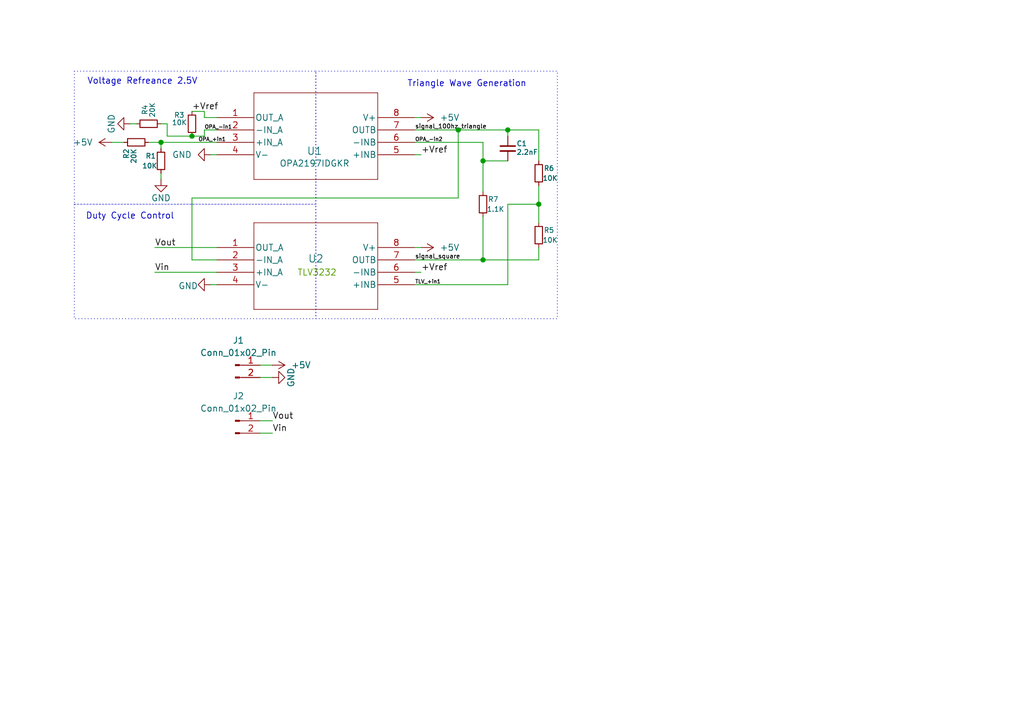
<source format=kicad_sch>
(kicad_sch (version 20250114) (generator "eeschema") (generator_version "9.0")
  (paper "A5")
  (title_block (title "PWM Control Circuit") (date "2026-01-01"))
  (lib_symbols
    (symbol "Connector:Conn_01x02_Pin" (pin_names (offset 1.016) (hide yes))
      (property "Reference" "J" (at 0 2.54 0))
      (property "Value" "Conn_01x02_Pin" (at 0 -5.08 0))
      (symbol "Conn_01x02_Pin_1_1"
        (rectangle (start 0.8636 0.127) (end 0 -0.127) (stroke (width 0.1524)) (fill (type outline)))
        (rectangle (start 0.8636 -2.413) (end 0 -2.667) (stroke (width 0.1524)) (fill (type outline)))
        (polyline (pts (xy 1.27 0) (xy 0.8636 0)) (stroke (width 0.1524)))
        (polyline (pts (xy 1.27 -2.54) (xy 0.8636 -2.54)) (stroke (width 0.1524)))
        (pin passive line (at 5.08 0 180) (length 3.81) (name "Pin_1") (number "1"))
        (pin passive line (at 5.08 -2.54 180) (length 3.81) (name "Pin_2") (number "2"))
      )
    )
    (symbol "Device:C_Small" (pin_numbers (hide yes)) (pin_names (offset 0.254) (hide yes))
      (property "Reference" "C" (at 0.254 1.778 0))
      (property "Value" "C_Small" (at 0.254 -2.032 0))
      (symbol "C_Small_0_1"
        (polyline (pts (xy -1.524 0.508) (xy 1.524 0.508)) (stroke (width 0.3048)))
        (polyline (pts (xy -1.524 -0.508) (xy 1.524 -0.508)) (stroke (width 0.3302)))
      )
      (symbol "C_Small_1_1"
        (pin passive line (at 0 2.54 270) (length 2.032) (name "~") (number "1"))
        (pin passive line (at 0 -2.54 90) (length 2.032) (name "~") (number "2"))
      )
    )
    (symbol "Device:R_Small" (pin_numbers (hide yes)) (pin_names (offset 0.254) (hide yes))
      (property "Reference" "R" (at 0 0 90))
      (property "Value" "R_Small" (at 1.778 0 90))
      (symbol "R_Small_0_1"
        (rectangle (start -0.762 1.778) (end 0.762 -1.778) (stroke (width 0.2032)))
      )
      (symbol "R_Small_1_1"
        (pin passive line (at 0 2.54 270) (length 0.762) (name "~") (number "1"))
        (pin passive line (at 0 -2.54 90) (length 0.762) (name "~") (number "2"))
      )
    )
    (symbol "OPA2197:OPA2197IDGKR" (pin_names (offset 0.254))
      (property "Reference" "U" (at 20.32 10.16 0))
      (property "Value" "OPA2197IDGKR" (at 20.32 7.62 0))
      (symbol "OPA2197IDGKR_0_1"
        (polyline (pts (xy 7.62 5.08) (xy 7.62 -12.7)) (stroke (width 0.127)))
        (polyline (pts (xy 7.62 -12.7) (xy 33.02 -12.7)) (stroke (width 0.127)))
        (polyline (pts (xy 33.02 5.08) (xy 7.62 5.08)) (stroke (width 0.127)))
        (polyline (pts (xy 33.02 -12.7) (xy 33.02 5.08)) (stroke (width 0.127)))
        (pin output line (at 0 0 0) (length 7.62) (name "OUT_A") (number "1"))
        (pin unspecified line (at 0 -2.54 0) (length 7.62) (name "-IN_A") (number "2"))
        (pin input line (at 0 -5.08 0) (length 7.62) (name "+IN_A") (number "3"))
        (pin power_in line (at 0 -7.62 0) (length 7.62) (name "V-") (number "4"))
        (pin power_in line (at 40.64 0 180) (length 7.62) (name "V+") (number "8"))
        (pin output line (at 40.64 -2.54 180) (length 7.62) (name "OUTB") (number "7"))
        (pin input line (at 40.64 -5.08 180) (length 7.62) (name "-INB") (number "6"))
        (pin input line (at 40.64 -7.62 180) (length 7.62) (name "+INB") (number "5"))
      )
    )
    (symbol "power:GND" (power) (pin_numbers (hide yes)) (pin_names (offset 0) (hide yes))
      (property "Value" "GND" (at 0 -3.81 0))
      (symbol "GND_0_1"
        (polyline (pts (xy 0 0) (xy 0 -1.27) (xy 1.27 -1.27) (xy 0 -2.54) (xy -1.27 -1.27) (xy 0 -1.27)))
      )
      (symbol "GND_1_1"
        (pin power_in line (at 0 0 270) (length 0) (name "~") (number "1"))
      )
    )
    (symbol "power:VDC" (power) (pin_numbers (hide yes)) (pin_names (offset 0) (hide yes))
      (property "Value" "VDC" (at 0 3.556 0))
      (symbol "VDC_0_1"
        (polyline (pts (xy -0.762 1.27) (xy 0 2.54)))
        (polyline (pts (xy 0 2.54) (xy 0.762 1.27)))
        (polyline (pts (xy 0 0) (xy 0 2.54)))
      )
      (symbol "VDC_1_1"
        (pin power_in line (at 0 0 90) (length 0) (name "~") (number "1"))
      )
    )
  )
  (rectangle (start 15.24 14.605) (end 64.77 41.91) (stroke (width 0) (type dot)))
  (rectangle (start 64.77 14.605) (end 114.3 65.405) (stroke (width 0) (type dot)))
  (rectangle (start 15.24 41.91) (end 64.77 65.405) (stroke (width 0) (type dot)))
  (text "Voltage Refreance 2.5V\n" (at 29.21 16.764 0) (effects (font (size 1.27 1.27))))
  (text "Triangle Wave Generation" (at 95.758 17.272 0) (effects (font (size 1.27 1.27))))
  (text "Duty Cycle Control" (at 26.67 44.45 0) (effects (font (size 1.27 1.27))))
  (text "TLV3232" (at 65.024 56.134 0) (effects (font (size 1.27 1.27))))
  (junction (at 93.98 26.67))
  (junction (at 39.37 27.94))
  (junction (at 99.06 33.02))
  (junction (at 110.49 41.91))
  (junction (at 99.06 53.34))
  (junction (at 33.02 29.21))
  (junction (at 104.14 26.67))
  (wire (pts (xy 39.37 53.34) (xy 39.37 40.64)))
  (wire (pts (xy 85.09 53.34) (xy 99.06 53.34)))
  (wire (pts (xy 33.02 25.4) (xy 34.29 25.4)))
  (wire (pts (xy 41.91 26.67) (xy 44.45 26.67)))
  (wire (pts (xy 43.18 58.42) (xy 44.45 58.42)))
  (wire (pts (xy 33.02 29.21) (xy 44.45 29.21)))
  (wire (pts (xy 86.36 55.88) (xy 85.09 55.88)))
  (wire (pts (xy 85.09 24.13) (xy 86.36 24.13)))
  (wire (pts (xy 99.06 53.34) (xy 110.49 53.34)))
  (wire (pts (xy 104.14 26.67) (xy 110.49 26.67)))
  (wire (pts (xy 34.29 25.4) (xy 34.29 27.94)))
  (wire (pts (xy 99.06 29.21) (xy 99.06 33.02)))
  (wire (pts (xy 93.98 26.67) (xy 104.14 26.67)))
  (wire (pts (xy 39.37 40.64) (xy 93.98 40.64)))
  (wire (pts (xy 39.37 22.86) (xy 41.91 22.86)))
  (wire (pts (xy 53.34 88.9) (xy 55.88 88.9)))
  (wire (pts (xy 110.49 41.91) (xy 110.49 45.72)))
  (wire (pts (xy 99.06 33.02) (xy 104.14 33.02)))
  (wire (pts (xy 85.09 26.67) (xy 93.98 26.67)))
  (wire (pts (xy 43.18 31.75) (xy 44.45 31.75)))
  (wire (pts (xy 53.34 74.93) (xy 55.88 74.93)))
  (wire (pts (xy 31.75 50.8) (xy 44.45 50.8)))
  (wire (pts (xy 104.14 58.42) (xy 104.14 41.91)))
  (wire (pts (xy 53.34 77.47) (xy 55.88 77.47)))
  (wire (pts (xy 85.09 31.75) (xy 86.36 31.75)))
  (wire (pts (xy 99.06 33.02) (xy 99.06 39.37)))
  (wire (pts (xy 39.37 27.94) (xy 41.91 27.94)))
  (wire (pts (xy 53.34 86.36) (xy 55.88 86.36)))
  (wire (pts (xy 99.06 44.45) (xy 99.06 53.34)))
  (wire (pts (xy 110.49 33.02) (xy 110.49 26.67)))
  (wire (pts (xy 41.91 24.13) (xy 44.45 24.13)))
  (wire (pts (xy 85.09 29.21) (xy 99.06 29.21)))
  (wire (pts (xy 30.48 29.21) (xy 33.02 29.21)))
  (wire (pts (xy 34.29 27.94) (xy 39.37 27.94)))
  (wire (pts (xy 33.02 29.21) (xy 33.02 30.48)))
  (wire (pts (xy 44.45 53.34) (xy 39.37 53.34)))
  (wire (pts (xy 104.14 41.91) (xy 110.49 41.91)))
  (wire (pts (xy 33.02 36.83) (xy 33.02 35.56)))
  (wire (pts (xy 22.86 29.21) (xy 25.4 29.21)))
  (wire (pts (xy 110.49 50.8) (xy 110.49 53.34)))
  (wire (pts (xy 85.09 50.8) (xy 86.36 50.8)))
  (wire (pts (xy 26.67 25.4) (xy 27.94 25.4)))
  (wire (pts (xy 41.91 22.86) (xy 41.91 24.13)))
  (wire (pts (xy 41.91 27.94) (xy 41.91 26.67)))
  (wire (pts (xy 93.98 40.64) (xy 93.98 26.67)))
  (wire (pts (xy 31.75 55.88) (xy 44.45 55.88)))
  (wire (pts (xy 85.09 58.42) (xy 104.14 58.42)))
  (wire (pts (xy 110.49 38.1) (xy 110.49 41.91)))
  (wire (pts (xy 104.14 27.94) (xy 104.14 26.67)))
  (label "signal_square" (at 85.09 53.34 0) (effects (font (size 0.889 0.889))))
  (label "+Vref" (at 86.36 31.75 0))
  (label "Vout" (at 55.88 86.36 0))
  (label "OPA_+in1" (at 40.64 29.21 0) (effects (font (size 0.762 0.762))))
  (label "+Vref" (at 86.36 55.88 0))
  (label "OPA_-in1" (at 41.91 26.67 0) (effects (font (size 0.762 0.762))))
  (label "Vin" (at 31.75 55.88 0))
  (label "+Vref" (at 39.37 22.86 0))
  (label "signal_100hz_triangle" (at 85.09 26.67 0) (effects (font (size 0.889 0.889))))
  (label "Vout" (at 31.75 50.8 0))
  (label "TLV_+in1" (at 85.09 58.42 0) (effects (font (size 0.762 0.762))))
  (label "Vin" (at 55.88 88.9 0))
  (label "OPA_-in2" (at 85.09 29.21 0) (effects (font (size 0.762 0.762))))
  (symbol (lib_id "Device:R_Small") (at 110.49 35.56 0) (unit 1)
    (property "Reference" "R6" (at 111.506 34.544 0) (effects (font (size 1.016 1.016)) (justify left)))
    (property "Value" "10K" (at 111.252 36.576 0) (effects (font (size 1.016 1.016)) (justify left)))
    (property "Footprint" "Resistor_THT:R_Axial_DIN0204_L3.6mm_D1.6mm_P5.08mm_Horizontal" (effects (hide yes)))
    (property "Description" "Resistor, small symbol" (effects (hide yes)))
  )
  (symbol (lib_id "OPA2197:OPA2197IDGKR") (at 44.45 50.8 0) (unit 1)
    (property "Reference" "U2" (at 64.77 53.086 0) (effects (font (size 1.524 1.524))))
    (property "Value" "OPA2197IDGKR" (effects (hide yes)))
    (property "Footprint" "DGK8_TEX" (effects (hide yes)))
    (property "Datasheet" "https://www.ti.com/lit/gpn/opa2197" (effects (hide yes)))
  )
  (symbol (lib_id "power:VDC") (at 86.36 50.8 270) (unit 1)
    (property "Reference" "#PWR04" (effects (hide yes)))
    (property "Value" "+5V" (at 90.17 50.7999 90) (effects (justify left)))
    (property "Description" "Power symbol creates a global label with name \"VDC\"" (effects (hide yes)))
  )
  (symbol (lib_id "power:GND") (at 55.88 77.47 90) (unit 1)
    (property "Reference" "#PWR08" (effects (hide yes)))
    (property "Value" "GND" (at 59.69 77.47 0))
    (property "Description" "Power symbol creates a global label with name \"GND\" , ground" (effects (hide yes)))
  )
  (symbol (lib_id "power:GND") (at 43.18 31.75 270) (unit 1)
    (property "Reference" "#PWR01" (effects (hide yes)))
    (property "Value" "GND" (at 39.37 31.7499 90) (effects (justify right)))
    (property "Description" "Power symbol creates a global label with name \"GND\" , ground" (effects (hide yes)))
  )
  (symbol (lib_id "Device:R_Small") (at 27.94 29.21 90) (mirror x) (unit 1)
    (property "Reference" "R2" (at 25.908 30.48 0) (effects (font (size 1.016 1.016)) (justify left)))
    (property "Value" "20K" (at 27.432 30.48 0) (effects (font (size 1.016 1.016)) (justify left)))
    (property "Footprint" "Resistor_THT:R_Axial_DIN0204_L3.6mm_D1.6mm_P5.08mm_Horizontal" (effects (hide yes)))
    (property "Description" "Resistor, small symbol" (effects (hide yes)))
  )
  (symbol (lib_id "power:VDC") (at 55.88 74.93 270) (unit 1)
    (property "Reference" "#PWR09" (effects (hide yes)))
    (property "Value" "+5V" (at 59.69 74.9299 90) (effects (justify left)))
    (property "Description" "Power symbol creates a global label with name \"VDC\"" (effects (hide yes)))
  )
  (symbol (lib_id "power:VDC") (at 22.86 29.21 90) (unit 1)
    (property "Reference" "#PWR06" (effects (hide yes)))
    (property "Value" "+5V" (at 19.05 29.2099 90) (effects (justify left)))
    (property "Description" "Power symbol creates a global label with name \"VDC\"" (effects (hide yes)))
  )
  (symbol (lib_id "Device:R_Small") (at 30.48 25.4 90) (unit 1)
    (property "Reference" "R4" (at 29.718 23.622 0) (effects (font (size 1.016 1.016)) (justify left)))
    (property "Value" "20K" (at 31.242 24.13 0) (effects (font (size 1.016 1.016)) (justify left)))
    (property "Footprint" "Resistor_THT:R_Axial_DIN0204_L3.6mm_D1.6mm_P5.08mm_Horizontal" (effects (hide yes)))
    (property "Description" "Resistor, small symbol" (effects (hide yes)))
  )
  (symbol (lib_id "power:GND") (at 26.67 25.4 270) (unit 1)
    (property "Reference" "#PWR07" (effects (hide yes)))
    (property "Value" "GND" (at 22.86 25.4 0))
    (property "Description" "Power symbol creates a global label with name \"GND\" , ground" (effects (hide yes)))
  )
  (symbol (lib_id "Connector:Conn_01x02_Pin") (at 48.26 86.36 0) (unit 1)
    (property "Reference" "J2" (at 48.895 81.28 0))
    (property "Value" "Conn_01x02_Pin" (at 48.895 83.82 0))
    (property "Footprint" "Connector_PinHeader_1.00mm:PinHeader_1x02_P1.00mm_Vertical_SMD_Pin1Left" (effects (hide yes)))
    (property "Description" "Generic connector, single row, 01x02, script generated" (effects (hide yes)))
  )
  (symbol (lib_id "Connector:Conn_01x02_Pin") (at 48.26 74.93 0) (unit 1)
    (property "Reference" "J1" (at 48.895 69.85 0))
    (property "Value" "Conn_01x02_Pin" (at 48.895 72.39 0))
    (property "Footprint" "Connector_PinHeader_1.00mm:PinHeader_1x02_P1.00mm_Vertical_SMD_Pin1Left" (effects (hide yes)))
    (property "Description" "Generic connector, single row, 01x02, script generated" (effects (hide yes)))
  )
  (symbol (lib_id "Device:R_Small") (at 110.49 48.26 0) (unit 1)
    (property "Reference" "R5" (at 111.506 47.244 0) (effects (font (size 1.016 1.016)) (justify left)))
    (property "Value" "10K" (at 111.252 49.276 0) (effects (font (size 1.016 1.016)) (justify left)))
    (property "Footprint" "Resistor_THT:R_Axial_DIN0204_L3.6mm_D1.6mm_P5.08mm_Horizontal" (effects (hide yes)))
    (property "Description" "Resistor, small symbol" (effects (hide yes)))
  )
  (symbol (lib_id "Device:C_Small") (at 104.14 30.48 0) (unit 1)
    (property "Reference" "C1" (at 105.918 29.464 0) (effects (font (size 1.016 1.016)) (justify left)))
    (property "Value" "2.2nF" (at 105.918 31.2358 0) (effects (font (size 1.016 1.016)) (justify left)))
    (property "Footprint" "Capacitor_SMD:C_0201_0603Metric_Pad0.64x0.40mm_HandSolder" (effects (hide yes)))
    (property "Description" "Unpolarized capacitor, small symbol" (effects (hide yes)))
  )
  (symbol (lib_id "OPA2197:OPA2197IDGKR") (at 44.45 24.13 0) (unit 1)
    (property "Reference" "U1" (at 64.516 30.988 0) (effects (font (size 1.524 1.524))))
    (property "Value" "OPA2197IDGKR" (at 64.516 33.528 0))
    (property "Footprint" "DGK8_TEX" (effects (hide yes)))
    (property "Datasheet" "https://www.ti.com/lit/gpn/opa2197" (effects (hide yes)))
  )
  (symbol (lib_id "power:GND") (at 43.18 58.42 270) (unit 1)
    (property "Reference" "#PWR02" (effects (hide yes)))
    (property "Value" "GND" (at 40.64 58.674 90) (effects (justify right)))
    (property "Description" "Power symbol creates a global label with name \"GND\" , ground" (effects (hide yes)))
  )
  (symbol (lib_id "power:VDC") (at 86.36 24.13 270) (unit 1)
    (property "Reference" "#PWR03" (effects (hide yes)))
    (property "Value" "+5V" (at 90.17 24.1299 90) (effects (justify left)))
    (property "Description" "Power symbol creates a global label with name \"VDC\"" (effects (hide yes)))
  )
  (symbol (lib_id "Device:R_Small") (at 99.06 41.91 0) (unit 1)
    (property "Reference" "R7" (at 100.076 40.894 0) (effects (font (size 1.016 1.016)) (justify left)))
    (property "Value" "1.1K" (at 99.822 42.926 0) (effects (font (size 1.016 1.016)) (justify left)))
    (property "Footprint" "Resistor_THT:R_Axial_DIN0204_L3.6mm_D1.6mm_P5.08mm_Horizontal" (effects (hide yes)))
    (property "Description" "Resistor, small symbol" (effects (hide yes)))
  )
  (symbol (lib_id "power:GND") (at 33.02 36.83 0) (unit 1)
    (property "Reference" "#PWR05" (effects (hide yes)))
    (property "Value" "GND" (at 33.02 40.64 0))
    (property "Description" "Power symbol creates a global label with name \"GND\" , ground" (effects (hide yes)))
  )
  (symbol (lib_id "Device:R_Small") (at 39.37 25.4 0) (mirror y) (unit 1)
    (property "Reference" "R3" (at 37.846 23.622 0) (effects (font (size 1.016 1.016)) (justify left)))
    (property "Value" "10K" (at 38.354 25.146 0) (effects (font (size 1.016 1.016)) (justify left)))
    (property "Footprint" "Resistor_THT:R_Axial_DIN0204_L3.6mm_D1.6mm_P5.08mm_Horizontal" (effects (hide yes)))
    (property "Description" "Resistor, small symbol" (effects (hide yes)))
  )
  (symbol (lib_id "Device:R_Small") (at 33.02 33.02 0) (mirror y) (unit 1)
    (property "Reference" "R1" (at 32.004 32.004 0) (effects (font (size 1.016 1.016)) (justify left)))
    (property "Value" "10K" (at 32.258 34.036 0) (effects (font (size 1.016 1.016)) (justify left)))
    (property "Footprint" "Resistor_THT:R_Axial_DIN0204_L3.6mm_D1.6mm_P5.08mm_Horizontal" (effects (hide yes)))
    (property "Description" "Resistor, small symbol" (effects (hide yes)))
  )
)
</source>
